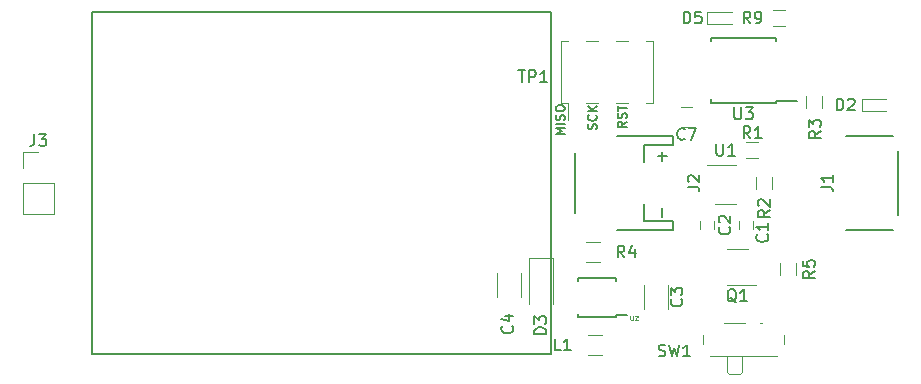
<source format=gto>
G04 #@! TF.FileFunction,Legend,Top*
%FSLAX46Y46*%
G04 Gerber Fmt 4.6, Leading zero omitted, Abs format (unit mm)*
G04 Created by KiCad (PCBNEW 4.0.7) date 05/03/18 21:25:46*
%MOMM*%
%LPD*%
G01*
G04 APERTURE LIST*
%ADD10C,0.100000*%
%ADD11C,0.127000*%
%ADD12C,0.200000*%
%ADD13C,0.120000*%
%ADD14C,0.150000*%
%ADD15C,0.076200*%
G04 APERTURE END LIST*
D10*
D11*
X187466514Y-106589285D02*
X187103657Y-106843285D01*
X187466514Y-107024713D02*
X186704514Y-107024713D01*
X186704514Y-106734428D01*
X186740800Y-106661856D01*
X186777086Y-106625571D01*
X186849657Y-106589285D01*
X186958514Y-106589285D01*
X187031086Y-106625571D01*
X187067371Y-106661856D01*
X187103657Y-106734428D01*
X187103657Y-107024713D01*
X187430229Y-106298999D02*
X187466514Y-106190142D01*
X187466514Y-106008713D01*
X187430229Y-105936142D01*
X187393943Y-105899856D01*
X187321371Y-105863571D01*
X187248800Y-105863571D01*
X187176229Y-105899856D01*
X187139943Y-105936142D01*
X187103657Y-106008713D01*
X187067371Y-106153856D01*
X187031086Y-106226428D01*
X186994800Y-106262713D01*
X186922229Y-106298999D01*
X186849657Y-106298999D01*
X186777086Y-106262713D01*
X186740800Y-106226428D01*
X186704514Y-106153856D01*
X186704514Y-105972428D01*
X186740800Y-105863571D01*
X186704514Y-105645857D02*
X186704514Y-105210428D01*
X187466514Y-105428142D02*
X186704514Y-105428142D01*
X184915629Y-107202514D02*
X184951914Y-107093657D01*
X184951914Y-106912228D01*
X184915629Y-106839657D01*
X184879343Y-106803371D01*
X184806771Y-106767086D01*
X184734200Y-106767086D01*
X184661629Y-106803371D01*
X184625343Y-106839657D01*
X184589057Y-106912228D01*
X184552771Y-107057371D01*
X184516486Y-107129943D01*
X184480200Y-107166228D01*
X184407629Y-107202514D01*
X184335057Y-107202514D01*
X184262486Y-107166228D01*
X184226200Y-107129943D01*
X184189914Y-107057371D01*
X184189914Y-106875943D01*
X184226200Y-106767086D01*
X184879343Y-106005086D02*
X184915629Y-106041372D01*
X184951914Y-106150229D01*
X184951914Y-106222800D01*
X184915629Y-106331657D01*
X184843057Y-106404229D01*
X184770486Y-106440514D01*
X184625343Y-106476800D01*
X184516486Y-106476800D01*
X184371343Y-106440514D01*
X184298771Y-106404229D01*
X184226200Y-106331657D01*
X184189914Y-106222800D01*
X184189914Y-106150229D01*
X184226200Y-106041372D01*
X184262486Y-106005086D01*
X184951914Y-105678514D02*
X184189914Y-105678514D01*
X184951914Y-105243086D02*
X184516486Y-105569657D01*
X184189914Y-105243086D02*
X184625343Y-105678514D01*
X182234114Y-107623428D02*
X181472114Y-107623428D01*
X182016400Y-107369428D01*
X181472114Y-107115428D01*
X182234114Y-107115428D01*
X182234114Y-106752571D02*
X181472114Y-106752571D01*
X182197829Y-106426000D02*
X182234114Y-106317143D01*
X182234114Y-106135714D01*
X182197829Y-106063143D01*
X182161543Y-106026857D01*
X182088971Y-105990572D01*
X182016400Y-105990572D01*
X181943829Y-106026857D01*
X181907543Y-106063143D01*
X181871257Y-106135714D01*
X181834971Y-106280857D01*
X181798686Y-106353429D01*
X181762400Y-106389714D01*
X181689829Y-106426000D01*
X181617257Y-106426000D01*
X181544686Y-106389714D01*
X181508400Y-106353429D01*
X181472114Y-106280857D01*
X181472114Y-106099429D01*
X181508400Y-105990572D01*
X181472114Y-105518858D02*
X181472114Y-105373715D01*
X181508400Y-105301143D01*
X181580971Y-105228572D01*
X181726114Y-105192286D01*
X181980114Y-105192286D01*
X182125257Y-105228572D01*
X182197829Y-105301143D01*
X182234114Y-105373715D01*
X182234114Y-105518858D01*
X182197829Y-105591429D01*
X182125257Y-105664000D01*
X181980114Y-105700286D01*
X181726114Y-105700286D01*
X181580971Y-105664000D01*
X181508400Y-105591429D01*
X181472114Y-105518858D01*
D12*
X181102000Y-97282000D02*
X142240000Y-97282000D01*
X181102000Y-126238000D02*
X181102000Y-97282000D01*
X142240000Y-126238000D02*
X181102000Y-126238000D01*
X142240000Y-97282000D02*
X142240000Y-126238000D01*
D13*
X192048000Y-107022000D02*
X193048000Y-107022000D01*
X193048000Y-105322000D02*
X192048000Y-105322000D01*
X197012000Y-115666000D02*
X197012000Y-114966000D01*
X198212000Y-114966000D02*
X198212000Y-115666000D01*
X193710000Y-115666000D02*
X193710000Y-114966000D01*
X194910000Y-114966000D02*
X194910000Y-115666000D01*
X191012000Y-122412000D02*
X191012000Y-120412000D01*
X188972000Y-120412000D02*
X188972000Y-122412000D01*
X178566000Y-121396000D02*
X178566000Y-119396000D01*
X176526000Y-119396000D02*
X176526000Y-121396000D01*
X207361000Y-104656000D02*
X207361000Y-105656000D01*
X207361000Y-105656000D02*
X209461000Y-105656000D01*
X207361000Y-104656000D02*
X209461000Y-104656000D01*
X181213000Y-118146000D02*
X179213000Y-118146000D01*
X179213000Y-118146000D02*
X179213000Y-122046000D01*
X181213000Y-118146000D02*
X181213000Y-122046000D01*
X194280000Y-97290000D02*
X194280000Y-98290000D01*
X194280000Y-98290000D02*
X196380000Y-98290000D01*
X194280000Y-97290000D02*
X196380000Y-97290000D01*
D14*
X210492000Y-109010000D02*
X210492000Y-114510000D01*
X206042000Y-107760000D02*
X210042000Y-107760000D01*
X206042000Y-115760000D02*
X210042000Y-115760000D01*
X188932000Y-115010000D02*
X188932000Y-113510000D01*
X188932000Y-108510000D02*
X188932000Y-110010000D01*
X186682000Y-107760000D02*
X191432000Y-107760000D01*
X191432000Y-107760000D02*
X191432000Y-108510000D01*
X191432000Y-108510000D02*
X188932000Y-108510000D01*
X186682000Y-115760000D02*
X191432000Y-115760000D01*
X191432000Y-115760000D02*
X191432000Y-115010000D01*
X191432000Y-115010000D02*
X188932000Y-115010000D01*
X183082000Y-114260000D02*
X183082000Y-109260000D01*
D13*
X136338000Y-114360000D02*
X138998000Y-114360000D01*
X136338000Y-111760000D02*
X136338000Y-114360000D01*
X138998000Y-111760000D02*
X138998000Y-114360000D01*
X136338000Y-111760000D02*
X138998000Y-111760000D01*
X136338000Y-110490000D02*
X136338000Y-109160000D01*
X136338000Y-109160000D02*
X137668000Y-109160000D01*
X184185000Y-124596000D02*
X185385000Y-124596000D01*
X185385000Y-126356000D02*
X184185000Y-126356000D01*
X197730000Y-117312000D02*
X195970000Y-117312000D01*
X195970000Y-120382000D02*
X198400000Y-120382000D01*
X198620000Y-109646000D02*
X197620000Y-109646000D01*
X197620000Y-108286000D02*
X198620000Y-108286000D01*
X198456000Y-112260000D02*
X198456000Y-111260000D01*
X199816000Y-111260000D02*
X199816000Y-112260000D01*
X204007000Y-104402000D02*
X204007000Y-105402000D01*
X202647000Y-105402000D02*
X202647000Y-104402000D01*
X185197000Y-118482000D02*
X183997000Y-118482000D01*
X183997000Y-116722000D02*
X185197000Y-116722000D01*
X201848000Y-118575200D02*
X201848000Y-119575200D01*
X200488000Y-119575200D02*
X200488000Y-118575200D01*
X199894000Y-97110000D02*
X200894000Y-97110000D01*
X200894000Y-98470000D02*
X199894000Y-98470000D01*
X194934000Y-113497000D02*
X196734000Y-113497000D01*
X196734000Y-110277000D02*
X194284000Y-110277000D01*
D14*
X186576000Y-123075000D02*
X186576000Y-122950000D01*
X183326000Y-123075000D02*
X183326000Y-122860000D01*
X183326000Y-119825000D02*
X183326000Y-120040000D01*
X186576000Y-119825000D02*
X186576000Y-120040000D01*
X186576000Y-123075000D02*
X183326000Y-123075000D01*
X186576000Y-119825000D02*
X183326000Y-119825000D01*
X186576000Y-122950000D02*
X187501000Y-122950000D01*
X200108000Y-104990000D02*
X200108000Y-104785000D01*
X194608000Y-104990000D02*
X194608000Y-104690000D01*
X194608000Y-99480000D02*
X194608000Y-99780000D01*
X200108000Y-99480000D02*
X200108000Y-99780000D01*
X200108000Y-104990000D02*
X194608000Y-104990000D01*
X200108000Y-99480000D02*
X194608000Y-99480000D01*
X200108000Y-104785000D02*
X201858000Y-104785000D01*
D13*
X198758000Y-123594000D02*
X198958000Y-123594000D01*
X195958000Y-127734000D02*
X196158000Y-127944000D01*
X197258000Y-127734000D02*
X197058000Y-127944000D01*
X195958000Y-126444000D02*
X195958000Y-127734000D01*
X196158000Y-127944000D02*
X197058000Y-127944000D01*
X197258000Y-127734000D02*
X197258000Y-126444000D01*
X194508000Y-126444000D02*
X200208000Y-126444000D01*
X195758000Y-123594000D02*
X197458000Y-123594000D01*
X193908000Y-124644000D02*
X193908000Y-125434000D01*
X200808000Y-125434000D02*
X200808000Y-124644000D01*
X181931000Y-104962000D02*
X181931000Y-99762000D01*
X189671000Y-104962000D02*
X189671000Y-99762000D01*
X182501000Y-106402000D02*
X182501000Y-104962000D01*
X181931000Y-104962000D02*
X182501000Y-104962000D01*
X181931000Y-99762000D02*
X182501000Y-99762000D01*
X189101000Y-104962000D02*
X189671000Y-104962000D01*
X189101000Y-99762000D02*
X189671000Y-99762000D01*
X184021000Y-104962000D02*
X185041000Y-104962000D01*
X184021000Y-99762000D02*
X185041000Y-99762000D01*
X186561000Y-104962000D02*
X187581000Y-104962000D01*
X186561000Y-99762000D02*
X187581000Y-99762000D01*
D14*
X192381334Y-108029143D02*
X192333715Y-108076762D01*
X192190858Y-108124381D01*
X192095620Y-108124381D01*
X191952762Y-108076762D01*
X191857524Y-107981524D01*
X191809905Y-107886286D01*
X191762286Y-107695810D01*
X191762286Y-107552952D01*
X191809905Y-107362476D01*
X191857524Y-107267238D01*
X191952762Y-107172000D01*
X192095620Y-107124381D01*
X192190858Y-107124381D01*
X192333715Y-107172000D01*
X192381334Y-107219619D01*
X192714667Y-107124381D02*
X193381334Y-107124381D01*
X192952762Y-108124381D01*
X199366143Y-116117666D02*
X199413762Y-116165285D01*
X199461381Y-116308142D01*
X199461381Y-116403380D01*
X199413762Y-116546238D01*
X199318524Y-116641476D01*
X199223286Y-116689095D01*
X199032810Y-116736714D01*
X198889952Y-116736714D01*
X198699476Y-116689095D01*
X198604238Y-116641476D01*
X198509000Y-116546238D01*
X198461381Y-116403380D01*
X198461381Y-116308142D01*
X198509000Y-116165285D01*
X198556619Y-116117666D01*
X199461381Y-115165285D02*
X199461381Y-115736714D01*
X199461381Y-115451000D02*
X198461381Y-115451000D01*
X198604238Y-115546238D01*
X198699476Y-115641476D01*
X198747095Y-115736714D01*
X196167143Y-115482666D02*
X196214762Y-115530285D01*
X196262381Y-115673142D01*
X196262381Y-115768380D01*
X196214762Y-115911238D01*
X196119524Y-116006476D01*
X196024286Y-116054095D01*
X195833810Y-116101714D01*
X195690952Y-116101714D01*
X195500476Y-116054095D01*
X195405238Y-116006476D01*
X195310000Y-115911238D01*
X195262381Y-115768380D01*
X195262381Y-115673142D01*
X195310000Y-115530285D01*
X195357619Y-115482666D01*
X195357619Y-115101714D02*
X195310000Y-115054095D01*
X195262381Y-114958857D01*
X195262381Y-114720761D01*
X195310000Y-114625523D01*
X195357619Y-114577904D01*
X195452857Y-114530285D01*
X195548095Y-114530285D01*
X195690952Y-114577904D01*
X196262381Y-115149333D01*
X196262381Y-114530285D01*
X192099143Y-121578666D02*
X192146762Y-121626285D01*
X192194381Y-121769142D01*
X192194381Y-121864380D01*
X192146762Y-122007238D01*
X192051524Y-122102476D01*
X191956286Y-122150095D01*
X191765810Y-122197714D01*
X191622952Y-122197714D01*
X191432476Y-122150095D01*
X191337238Y-122102476D01*
X191242000Y-122007238D01*
X191194381Y-121864380D01*
X191194381Y-121769142D01*
X191242000Y-121626285D01*
X191289619Y-121578666D01*
X191194381Y-121245333D02*
X191194381Y-120626285D01*
X191575333Y-120959619D01*
X191575333Y-120816761D01*
X191622952Y-120721523D01*
X191670571Y-120673904D01*
X191765810Y-120626285D01*
X192003905Y-120626285D01*
X192099143Y-120673904D01*
X192146762Y-120721523D01*
X192194381Y-120816761D01*
X192194381Y-121102476D01*
X192146762Y-121197714D01*
X192099143Y-121245333D01*
X177776143Y-123864666D02*
X177823762Y-123912285D01*
X177871381Y-124055142D01*
X177871381Y-124150380D01*
X177823762Y-124293238D01*
X177728524Y-124388476D01*
X177633286Y-124436095D01*
X177442810Y-124483714D01*
X177299952Y-124483714D01*
X177109476Y-124436095D01*
X177014238Y-124388476D01*
X176919000Y-124293238D01*
X176871381Y-124150380D01*
X176871381Y-124055142D01*
X176919000Y-123912285D01*
X176966619Y-123864666D01*
X177204714Y-123007523D02*
X177871381Y-123007523D01*
X176823762Y-123245619D02*
X177538048Y-123483714D01*
X177538048Y-122864666D01*
X205255905Y-105608381D02*
X205255905Y-104608381D01*
X205494000Y-104608381D01*
X205636858Y-104656000D01*
X205732096Y-104751238D01*
X205779715Y-104846476D01*
X205827334Y-105036952D01*
X205827334Y-105179810D01*
X205779715Y-105370286D01*
X205732096Y-105465524D01*
X205636858Y-105560762D01*
X205494000Y-105608381D01*
X205255905Y-105608381D01*
X206208286Y-104703619D02*
X206255905Y-104656000D01*
X206351143Y-104608381D01*
X206589239Y-104608381D01*
X206684477Y-104656000D01*
X206732096Y-104703619D01*
X206779715Y-104798857D01*
X206779715Y-104894095D01*
X206732096Y-105036952D01*
X206160667Y-105608381D01*
X206779715Y-105608381D01*
X180665381Y-124563095D02*
X179665381Y-124563095D01*
X179665381Y-124325000D01*
X179713000Y-124182142D01*
X179808238Y-124086904D01*
X179903476Y-124039285D01*
X180093952Y-123991666D01*
X180236810Y-123991666D01*
X180427286Y-124039285D01*
X180522524Y-124086904D01*
X180617762Y-124182142D01*
X180665381Y-124325000D01*
X180665381Y-124563095D01*
X179665381Y-123658333D02*
X179665381Y-123039285D01*
X180046333Y-123372619D01*
X180046333Y-123229761D01*
X180093952Y-123134523D01*
X180141571Y-123086904D01*
X180236810Y-123039285D01*
X180474905Y-123039285D01*
X180570143Y-123086904D01*
X180617762Y-123134523D01*
X180665381Y-123229761D01*
X180665381Y-123515476D01*
X180617762Y-123610714D01*
X180570143Y-123658333D01*
X192301905Y-98242381D02*
X192301905Y-97242381D01*
X192540000Y-97242381D01*
X192682858Y-97290000D01*
X192778096Y-97385238D01*
X192825715Y-97480476D01*
X192873334Y-97670952D01*
X192873334Y-97813810D01*
X192825715Y-98004286D01*
X192778096Y-98099524D01*
X192682858Y-98194762D01*
X192540000Y-98242381D01*
X192301905Y-98242381D01*
X193778096Y-97242381D02*
X193301905Y-97242381D01*
X193254286Y-97718571D01*
X193301905Y-97670952D01*
X193397143Y-97623333D01*
X193635239Y-97623333D01*
X193730477Y-97670952D01*
X193778096Y-97718571D01*
X193825715Y-97813810D01*
X193825715Y-98051905D01*
X193778096Y-98147143D01*
X193730477Y-98194762D01*
X193635239Y-98242381D01*
X193397143Y-98242381D01*
X193301905Y-98194762D01*
X193254286Y-98147143D01*
X203922381Y-112093333D02*
X204636667Y-112093333D01*
X204779524Y-112140953D01*
X204874762Y-112236191D01*
X204922381Y-112379048D01*
X204922381Y-112474286D01*
X204922381Y-111093333D02*
X204922381Y-111664762D01*
X204922381Y-111379048D02*
X203922381Y-111379048D01*
X204065238Y-111474286D01*
X204160476Y-111569524D01*
X204208095Y-111664762D01*
X192634381Y-112093333D02*
X193348667Y-112093333D01*
X193491524Y-112140953D01*
X193586762Y-112236191D01*
X193634381Y-112379048D01*
X193634381Y-112474286D01*
X192729619Y-111664762D02*
X192682000Y-111617143D01*
X192634381Y-111521905D01*
X192634381Y-111283809D01*
X192682000Y-111188571D01*
X192729619Y-111140952D01*
X192824857Y-111093333D01*
X192920095Y-111093333D01*
X193062952Y-111140952D01*
X193634381Y-111712381D01*
X193634381Y-111093333D01*
X190479619Y-114640952D02*
X190479619Y-113879047D01*
X190503429Y-109890952D02*
X190503429Y-109129047D01*
X190884381Y-109509999D02*
X190122476Y-109509999D01*
X137334667Y-107612381D02*
X137334667Y-108326667D01*
X137287047Y-108469524D01*
X137191809Y-108564762D01*
X137048952Y-108612381D01*
X136953714Y-108612381D01*
X137715619Y-107612381D02*
X138334667Y-107612381D01*
X138001333Y-107993333D01*
X138144191Y-107993333D01*
X138239429Y-108040952D01*
X138287048Y-108088571D01*
X138334667Y-108183810D01*
X138334667Y-108421905D01*
X138287048Y-108517143D01*
X138239429Y-108564762D01*
X138144191Y-108612381D01*
X137858476Y-108612381D01*
X137763238Y-108564762D01*
X137715619Y-108517143D01*
X181885334Y-125928381D02*
X181409143Y-125928381D01*
X181409143Y-124928381D01*
X182742477Y-125928381D02*
X182171048Y-125928381D01*
X182456762Y-125928381D02*
X182456762Y-124928381D01*
X182361524Y-125071238D01*
X182266286Y-125166476D01*
X182171048Y-125214095D01*
X196754762Y-121869619D02*
X196659524Y-121822000D01*
X196564286Y-121726762D01*
X196421429Y-121583905D01*
X196326190Y-121536286D01*
X196230952Y-121536286D01*
X196278571Y-121774381D02*
X196183333Y-121726762D01*
X196088095Y-121631524D01*
X196040476Y-121441048D01*
X196040476Y-121107714D01*
X196088095Y-120917238D01*
X196183333Y-120822000D01*
X196278571Y-120774381D01*
X196469048Y-120774381D01*
X196564286Y-120822000D01*
X196659524Y-120917238D01*
X196707143Y-121107714D01*
X196707143Y-121441048D01*
X196659524Y-121631524D01*
X196564286Y-121726762D01*
X196469048Y-121774381D01*
X196278571Y-121774381D01*
X197659524Y-121774381D02*
X197088095Y-121774381D01*
X197373809Y-121774381D02*
X197373809Y-120774381D01*
X197278571Y-120917238D01*
X197183333Y-121012476D01*
X197088095Y-121060095D01*
X197953334Y-107968381D02*
X197620000Y-107492190D01*
X197381905Y-107968381D02*
X197381905Y-106968381D01*
X197762858Y-106968381D01*
X197858096Y-107016000D01*
X197905715Y-107063619D01*
X197953334Y-107158857D01*
X197953334Y-107301714D01*
X197905715Y-107396952D01*
X197858096Y-107444571D01*
X197762858Y-107492190D01*
X197381905Y-107492190D01*
X198905715Y-107968381D02*
X198334286Y-107968381D01*
X198620000Y-107968381D02*
X198620000Y-106968381D01*
X198524762Y-107111238D01*
X198429524Y-107206476D01*
X198334286Y-107254095D01*
X199588381Y-114085666D02*
X199112190Y-114419000D01*
X199588381Y-114657095D02*
X198588381Y-114657095D01*
X198588381Y-114276142D01*
X198636000Y-114180904D01*
X198683619Y-114133285D01*
X198778857Y-114085666D01*
X198921714Y-114085666D01*
X199016952Y-114133285D01*
X199064571Y-114180904D01*
X199112190Y-114276142D01*
X199112190Y-114657095D01*
X198683619Y-113704714D02*
X198636000Y-113657095D01*
X198588381Y-113561857D01*
X198588381Y-113323761D01*
X198636000Y-113228523D01*
X198683619Y-113180904D01*
X198778857Y-113133285D01*
X198874095Y-113133285D01*
X199016952Y-113180904D01*
X199588381Y-113752333D01*
X199588381Y-113133285D01*
X203906381Y-107354666D02*
X203430190Y-107688000D01*
X203906381Y-107926095D02*
X202906381Y-107926095D01*
X202906381Y-107545142D01*
X202954000Y-107449904D01*
X203001619Y-107402285D01*
X203096857Y-107354666D01*
X203239714Y-107354666D01*
X203334952Y-107402285D01*
X203382571Y-107449904D01*
X203430190Y-107545142D01*
X203430190Y-107926095D01*
X202906381Y-107021333D02*
X202906381Y-106402285D01*
X203287333Y-106735619D01*
X203287333Y-106592761D01*
X203334952Y-106497523D01*
X203382571Y-106449904D01*
X203477810Y-106402285D01*
X203715905Y-106402285D01*
X203811143Y-106449904D01*
X203858762Y-106497523D01*
X203906381Y-106592761D01*
X203906381Y-106878476D01*
X203858762Y-106973714D01*
X203811143Y-107021333D01*
X187285334Y-118054381D02*
X186952000Y-117578190D01*
X186713905Y-118054381D02*
X186713905Y-117054381D01*
X187094858Y-117054381D01*
X187190096Y-117102000D01*
X187237715Y-117149619D01*
X187285334Y-117244857D01*
X187285334Y-117387714D01*
X187237715Y-117482952D01*
X187190096Y-117530571D01*
X187094858Y-117578190D01*
X186713905Y-117578190D01*
X188142477Y-117387714D02*
X188142477Y-118054381D01*
X187904381Y-117006762D02*
X187666286Y-117721048D01*
X188285334Y-117721048D01*
X203398381Y-119241866D02*
X202922190Y-119575200D01*
X203398381Y-119813295D02*
X202398381Y-119813295D01*
X202398381Y-119432342D01*
X202446000Y-119337104D01*
X202493619Y-119289485D01*
X202588857Y-119241866D01*
X202731714Y-119241866D01*
X202826952Y-119289485D01*
X202874571Y-119337104D01*
X202922190Y-119432342D01*
X202922190Y-119813295D01*
X202398381Y-118337104D02*
X202398381Y-118813295D01*
X202874571Y-118860914D01*
X202826952Y-118813295D01*
X202779333Y-118718057D01*
X202779333Y-118479961D01*
X202826952Y-118384723D01*
X202874571Y-118337104D01*
X202969810Y-118289485D01*
X203207905Y-118289485D01*
X203303143Y-118337104D01*
X203350762Y-118384723D01*
X203398381Y-118479961D01*
X203398381Y-118718057D01*
X203350762Y-118813295D01*
X203303143Y-118860914D01*
X197941334Y-98242381D02*
X197608000Y-97766190D01*
X197369905Y-98242381D02*
X197369905Y-97242381D01*
X197750858Y-97242381D01*
X197846096Y-97290000D01*
X197893715Y-97337619D01*
X197941334Y-97432857D01*
X197941334Y-97575714D01*
X197893715Y-97670952D01*
X197846096Y-97718571D01*
X197750858Y-97766190D01*
X197369905Y-97766190D01*
X198417524Y-98242381D02*
X198608000Y-98242381D01*
X198703239Y-98194762D01*
X198750858Y-98147143D01*
X198846096Y-98004286D01*
X198893715Y-97813810D01*
X198893715Y-97432857D01*
X198846096Y-97337619D01*
X198798477Y-97290000D01*
X198703239Y-97242381D01*
X198512762Y-97242381D01*
X198417524Y-97290000D01*
X198369905Y-97337619D01*
X198322286Y-97432857D01*
X198322286Y-97670952D01*
X198369905Y-97766190D01*
X198417524Y-97813810D01*
X198512762Y-97861429D01*
X198703239Y-97861429D01*
X198798477Y-97813810D01*
X198846096Y-97766190D01*
X198893715Y-97670952D01*
X195072095Y-108439381D02*
X195072095Y-109248905D01*
X195119714Y-109344143D01*
X195167333Y-109391762D01*
X195262571Y-109439381D01*
X195453048Y-109439381D01*
X195548286Y-109391762D01*
X195595905Y-109344143D01*
X195643524Y-109248905D01*
X195643524Y-108439381D01*
X196643524Y-109439381D02*
X196072095Y-109439381D01*
X196357809Y-109439381D02*
X196357809Y-108439381D01*
X196262571Y-108582238D01*
X196167333Y-108677476D01*
X196072095Y-108725095D01*
D15*
X187796714Y-122981357D02*
X187796714Y-123289786D01*
X187814857Y-123326071D01*
X187833000Y-123344214D01*
X187869286Y-123362357D01*
X187941857Y-123362357D01*
X187978143Y-123344214D01*
X187996286Y-123326071D01*
X188014429Y-123289786D01*
X188014429Y-122981357D01*
X188177714Y-123017643D02*
X188195857Y-122999500D01*
X188232143Y-122981357D01*
X188322857Y-122981357D01*
X188359143Y-122999500D01*
X188377286Y-123017643D01*
X188395429Y-123053929D01*
X188395429Y-123090214D01*
X188377286Y-123144643D01*
X188159572Y-123362357D01*
X188395429Y-123362357D01*
D14*
X196596095Y-105367381D02*
X196596095Y-106176905D01*
X196643714Y-106272143D01*
X196691333Y-106319762D01*
X196786571Y-106367381D01*
X196977048Y-106367381D01*
X197072286Y-106319762D01*
X197119905Y-106272143D01*
X197167524Y-106176905D01*
X197167524Y-105367381D01*
X197548476Y-105367381D02*
X198167524Y-105367381D01*
X197834190Y-105748333D01*
X197977048Y-105748333D01*
X198072286Y-105795952D01*
X198119905Y-105843571D01*
X198167524Y-105938810D01*
X198167524Y-106176905D01*
X198119905Y-106272143D01*
X198072286Y-106319762D01*
X197977048Y-106367381D01*
X197691333Y-106367381D01*
X197596095Y-106319762D01*
X197548476Y-106272143D01*
X190182667Y-126388762D02*
X190325524Y-126436381D01*
X190563620Y-126436381D01*
X190658858Y-126388762D01*
X190706477Y-126341143D01*
X190754096Y-126245905D01*
X190754096Y-126150667D01*
X190706477Y-126055429D01*
X190658858Y-126007810D01*
X190563620Y-125960190D01*
X190373143Y-125912571D01*
X190277905Y-125864952D01*
X190230286Y-125817333D01*
X190182667Y-125722095D01*
X190182667Y-125626857D01*
X190230286Y-125531619D01*
X190277905Y-125484000D01*
X190373143Y-125436381D01*
X190611239Y-125436381D01*
X190754096Y-125484000D01*
X191087429Y-125436381D02*
X191325524Y-126436381D01*
X191516001Y-125722095D01*
X191706477Y-126436381D01*
X191944572Y-125436381D01*
X192849334Y-126436381D02*
X192277905Y-126436381D01*
X192563619Y-126436381D02*
X192563619Y-125436381D01*
X192468381Y-125579238D01*
X192373143Y-125674476D01*
X192277905Y-125722095D01*
X178316095Y-102227381D02*
X178887524Y-102227381D01*
X178601809Y-103227381D02*
X178601809Y-102227381D01*
X179220857Y-103227381D02*
X179220857Y-102227381D01*
X179601810Y-102227381D01*
X179697048Y-102275000D01*
X179744667Y-102322619D01*
X179792286Y-102417857D01*
X179792286Y-102560714D01*
X179744667Y-102655952D01*
X179697048Y-102703571D01*
X179601810Y-102751190D01*
X179220857Y-102751190D01*
X180744667Y-103227381D02*
X180173238Y-103227381D01*
X180458952Y-103227381D02*
X180458952Y-102227381D01*
X180363714Y-102370238D01*
X180268476Y-102465476D01*
X180173238Y-102513095D01*
M02*

</source>
